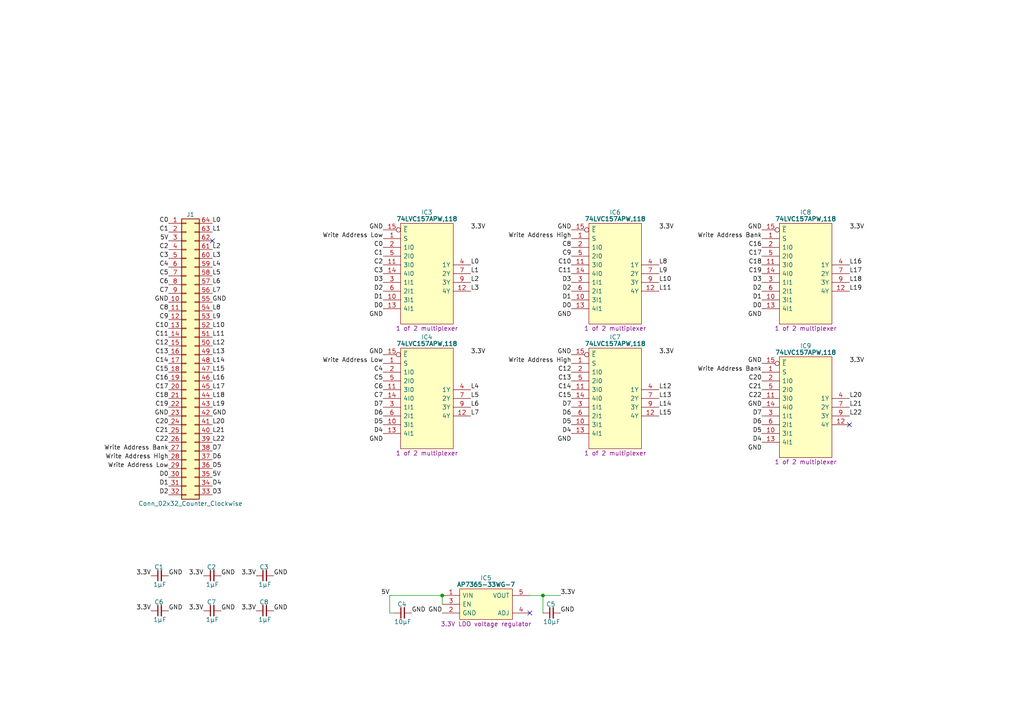
<source format=kicad_sch>
(kicad_sch (version 20230121) (generator eeschema)
  (paper "A4")
  (lib_symbols
    (symbol "Connector_Generic:Conn_02x32_Counter_Clockwise" (pin_names (offset 1.016) hide)
      (property "Reference" "J" (at 1.27 40.64 0))
      (property "Value" "Conn_02x32_Counter_Clockwise" (at 1.27 -43.18 0))
      (symbol "Conn_02x32_Counter_Clockwise_1_1"
        (rectangle (start -1.27 -40.513) (end 0 -40.767) (stroke (width 0.1524)))
        (rectangle (start -1.27 -37.973) (end 0 -38.227) (stroke (width 0.1524)))
        (rectangle (start -1.27 -35.433) (end 0 -35.687) (stroke (width 0.1524)))
        (rectangle (start -1.27 -32.893) (end 0 -33.147) (stroke (width 0.1524)))
        (rectangle (start -1.27 -30.353) (end 0 -30.607) (stroke (width 0.1524)))
        (rectangle (start -1.27 -27.813) (end 0 -28.067) (stroke (width 0.1524)))
        (rectangle (start -1.27 -25.273) (end 0 -25.527) (stroke (width 0.1524)))
        (rectangle (start -1.27 -22.733) (end 0 -22.987) (stroke (width 0.1524)))
        (rectangle (start -1.27 -20.193) (end 0 -20.447) (stroke (width 0.1524)))
        (rectangle (start -1.27 -17.653) (end 0 -17.907) (stroke (width 0.1524)))
        (rectangle (start -1.27 -15.113) (end 0 -15.367) (stroke (width 0.1524)))
        (rectangle (start -1.27 -12.573) (end 0 -12.827) (stroke (width 0.1524)))
        (rectangle (start -1.27 -10.033) (end 0 -10.287) (stroke (width 0.1524)))
        (rectangle (start -1.27 -7.493) (end 0 -7.747) (stroke (width 0.1524)))
        (rectangle (start -1.27 -4.953) (end 0 -5.207) (stroke (width 0.1524)))
        (rectangle (start -1.27 -2.413) (end 0 -2.667) (stroke (width 0.1524)))
        (rectangle (start -1.27 0.127) (end 0 -0.127) (stroke (width 0.1524)))
        (rectangle (start -1.27 2.667) (end 0 2.413) (stroke (width 0.1524)))
        (rectangle (start -1.27 5.207) (end 0 4.953) (stroke (width 0.1524)))
        (rectangle (start -1.27 7.747) (end 0 7.493) (stroke (width 0.1524)))
        (rectangle (start -1.27 10.287) (end 0 10.033) (stroke (width 0.1524)))
        (rectangle (start -1.27 12.827) (end 0 12.573) (stroke (width 0.1524)))
        (rectangle (start -1.27 15.367) (end 0 15.113) (stroke (width 0.1524)))
        (rectangle (start -1.27 17.907) (end 0 17.653) (stroke (width 0.1524)))
        (rectangle (start -1.27 20.447) (end 0 20.193) (stroke (width 0.1524)))
        (rectangle (start -1.27 22.987) (end 0 22.733) (stroke (width 0.1524)))
        (rectangle (start -1.27 25.527) (end 0 25.273) (stroke (width 0.1524)))
        (rectangle (start -1.27 28.067) (end 0 27.813) (stroke (width 0.1524)))
        (rectangle (start -1.27 30.607) (end 0 30.353) (stroke (width 0.1524)))
        (rectangle (start -1.27 33.147) (end 0 32.893) (stroke (width 0.1524)))
        (rectangle (start -1.27 35.687) (end 0 35.433) (stroke (width 0.1524)))
        (rectangle (start -1.27 38.227) (end 0 37.973) (stroke (width 0.1524)))
        (rectangle (start -1.27 39.37) (end 3.81 -41.91) (stroke (width 0.254)) (fill (type background)))
        (rectangle (start 3.81 -40.513) (end 2.54 -40.767) (stroke (width 0.1524)))
        (rectangle (start 3.81 -37.973) (end 2.54 -38.227) (stroke (width 0.1524)))
        (rectangle (start 3.81 -35.433) (end 2.54 -35.687) (stroke (width 0.1524)))
        (rectangle (start 3.81 -32.893) (end 2.54 -33.147) (stroke (width 0.1524)))
        (rectangle (start 3.81 -30.353) (end 2.54 -30.607) (stroke (width 0.1524)))
        (rectangle (start 3.81 -27.813) (end 2.54 -28.067) (stroke (width 0.1524)))
        (rectangle (start 3.81 -25.273) (end 2.54 -25.527) (stroke (width 0.1524)))
        (rectangle (start 3.81 -22.733) (end 2.54 -22.987) (stroke (width 0.1524)))
        (rectangle (start 3.81 -20.193) (end 2.54 -20.447) (stroke (width 0.1524)))
        (rectangle (start 3.81 -17.653) (end 2.54 -17.907) (stroke (width 0.1524)))
        (rectangle (start 3.81 -15.113) (end 2.54 -15.367) (stroke (width 0.1524)))
        (rectangle (start 3.81 -12.573) (end 2.54 -12.827) (stroke (width 0.1524)))
        (rectangle (start 3.81 -10.033) (end 2.54 -10.287) (stroke (width 0.1524)))
        (rectangle (start 3.81 -7.493) (end 2.54 -7.747) (stroke (width 0.1524)))
        (rectangle (start 3.81 -4.953) (end 2.54 -5.207) (stroke (width 0.1524)))
        (rectangle (start 3.81 -2.413) (end 2.54 -2.667) (stroke (width 0.1524)))
        (rectangle (start 3.81 0.127) (end 2.54 -0.127) (stroke (width 0.1524)))
        (rectangle (start 3.81 2.667) (end 2.54 2.413) (stroke (width 0.1524)))
        (rectangle (start 3.81 5.207) (end 2.54 4.953) (stroke (width 0.1524)))
        (rectangle (start 3.81 7.747) (end 2.54 7.493) (stroke (width 0.1524)))
        (rectangle (start 3.81 10.287) (end 2.54 10.033) (stroke (width 0.1524)))
        (rectangle (start 3.81 12.827) (end 2.54 12.573) (stroke (width 0.1524)))
        (rectangle (start 3.81 15.367) (end 2.54 15.113) (stroke (width 0.1524)))
        (rectangle (start 3.81 17.907) (end 2.54 17.653) (stroke (width 0.1524)))
        (rectangle (start 3.81 20.447) (end 2.54 20.193) (stroke (width 0.1524)))
        (rectangle (start 3.81 22.987) (end 2.54 22.733) (stroke (width 0.1524)))
        (rectangle (start 3.81 25.527) (end 2.54 25.273) (stroke (width 0.1524)))
        (rectangle (start 3.81 28.067) (end 2.54 27.813) (stroke (width 0.1524)))
        (rectangle (start 3.81 30.607) (end 2.54 30.353) (stroke (width 0.1524)))
        (rectangle (start 3.81 33.147) (end 2.54 32.893) (stroke (width 0.1524)))
        (rectangle (start 3.81 35.687) (end 2.54 35.433) (stroke (width 0.1524)))
        (rectangle (start 3.81 38.227) (end 2.54 37.973) (stroke (width 0.1524)))
        (pin passive line (at -5.08 38.1 0) (length 3.81) (name "Pin_1") (number "1"))
        (pin passive line (at -5.08 15.24 0) (length 3.81) (name "Pin_10") (number "10"))
        (pin passive line (at -5.08 12.7 0) (length 3.81) (name "Pin_11") (number "11"))
        (pin passive line (at -5.08 10.16 0) (length 3.81) (name "Pin_12") (number "12"))
        (pin passive line (at -5.08 7.62 0) (length 3.81) (name "Pin_13") (number "13"))
        (pin passive line (at -5.08 5.08 0) (length 3.81) (name "Pin_14") (number "14"))
        (pin passive line (at -5.08 2.54 0) (length 3.81) (name "Pin_15") (number "15"))
        (pin passive line (at -5.08 0 0) (length 3.81) (name "Pin_16") (number "16"))
        (pin passive line (at -5.08 -2.54 0) (length 3.81) (name "Pin_17") (number "17"))
        (pin passive line (at -5.08 -5.08 0) (length 3.81) (name "Pin_18") (number "18"))
        (pin passive line (at -5.08 -7.62 0) (length 3.81) (name "Pin_19") (number "19"))
        (pin passive line (at -5.08 35.56 0) (length 3.81) (name "Pin_2") (number "2"))
        (pin passive line (at -5.08 -10.16 0) (length 3.81) (name "Pin_20") (number "20"))
        (pin passive line (at -5.08 -12.7 0) (length 3.81) (name "Pin_21") (number "21"))
        (pin passive line (at -5.08 -15.24 0) (length 3.81) (name "Pin_22") (number "22"))
        (pin passive line (at -5.08 -17.78 0) (length 3.81) (name "Pin_23") (number "23"))
        (pin passive line (at -5.08 -20.32 0) (length 3.81) (name "Pin_24") (number "24"))
        (pin passive line (at -5.08 -22.86 0) (length 3.81) (name "Pin_25") (number "25"))
        (pin passive line (at -5.08 -25.4 0) (length 3.81) (name "Pin_26") (number "26"))
        (pin passive line (at -5.08 -27.94 0) (length 3.81) (name "Pin_27") (number "27"))
        (pin passive line (at -5.08 -30.48 0) (length 3.81) (name "Pin_28") (number "28"))
        (pin passive line (at -5.08 -33.02 0) (length 3.81) (name "Pin_29") (number "29"))
        (pin passive line (at -5.08 33.02 0) (length 3.81) (name "Pin_3") (number "3"))
        (pin passive line (at -5.08 -35.56 0) (length 3.81) (name "Pin_30") (number "30"))
        (pin passive line (at -5.08 -38.1 0) (length 3.81) (name "Pin_31") (number "31"))
        (pin passive line (at -5.08 -40.64 0) (length 3.81) (name "Pin_32") (number "32"))
        (pin passive line (at 7.62 -40.64 180) (length 3.81) (name "Pin_33") (number "33"))
        (pin passive line (at 7.62 -38.1 180) (length 3.81) (name "Pin_34") (number "34"))
        (pin passive line (at 7.62 -35.56 180) (length 3.81) (name "Pin_35") (number "35"))
        (pin passive line (at 7.62 -33.02 180) (length 3.81) (name "Pin_36") (number "36"))
        (pin passive line (at 7.62 -30.48 180) (length 3.81) (name "Pin_37") (number "37"))
        (pin passive line (at 7.62 -27.94 180) (length 3.81) (name "Pin_38") (number "38"))
        (pin passive line (at 7.62 -25.4 180) (length 3.81) (name "Pin_39") (number "39"))
        (pin passive line (at -5.08 30.48 0) (length 3.81) (name "Pin_4") (number "4"))
        (pin passive line (at 7.62 -22.86 180) (length 3.81) (name "Pin_40") (number "40"))
        (pin passive line (at 7.62 -20.32 180) (length 3.81) (name "Pin_41") (number "41"))
        (pin passive line (at 7.62 -17.78 180) (length 3.81) (name "Pin_42") (number "42"))
        (pin passive line (at 7.62 -15.24 180) (length 3.81) (name "Pin_43") (number "43"))
        (pin passive line (at 7.62 -12.7 180) (length 3.81) (name "Pin_44") (number "44"))
        (pin passive line (at 7.62 -10.16 180) (length 3.81) (name "Pin_45") (number "45"))
        (pin passive line (at 7.62 -7.62 180) (length 3.81) (name "Pin_46") (number "46"))
        (pin passive line (at 7.62 -5.08 180) (length 3.81) (name "Pin_47") (number "47"))
        (pin passive line (at 7.62 -2.54 180) (length 3.81) (name "Pin_48") (number "48"))
        (pin passive line (at 7.62 0 180) (length 3.81) (name "Pin_49") (number "49"))
        (pin passive line (at -5.08 27.94 0) (length 3.81) (name "Pin_5") (number "5"))
        (pin passive line (at 7.62 2.54 180) (length 3.81) (name "Pin_50") (number "50"))
        (pin passive line (at 7.62 5.08 180) (length 3.81) (name "Pin_51") (number "51"))
        (pin passive line (at 7.62 7.62 180) (length 3.81) (name "Pin_52") (number "52"))
        (pin passive line (at 7.62 10.16 180) (length 3.81) (name "Pin_53") (number "53"))
        (pin passive line (at 7.62 12.7 180) (length 3.81) (name "Pin_54") (number "54"))
        (pin passive line (at 7.62 15.24 180) (length 3.81) (name "Pin_55") (number "55"))
        (pin passive line (at 7.62 17.78 180) (length 3.81) (name "Pin_56") (number "56"))
        (pin passive line (at 7.62 20.32 180) (length 3.81) (name "Pin_57") (number "57"))
        (pin passive line (at 7.62 22.86 180) (length 3.81) (name "Pin_58") (number "58"))
        (pin passive line (at 7.62 25.4 180) (length 3.81) (name "Pin_59") (number "59"))
        (pin passive line (at -5.08 25.4 0) (length 3.81) (name "Pin_6") (number "6"))
        (pin passive line (at 7.62 27.94 180) (length 3.81) (name "Pin_60") (number "60"))
        (pin passive line (at 7.62 30.48 180) (length 3.81) (name "Pin_61") (number "61"))
        (pin passive line (at 7.62 33.02 180) (length 3.81) (name "Pin_62") (number "62"))
        (pin passive line (at 7.62 35.56 180) (length 3.81) (name "Pin_63") (number "63"))
        (pin passive line (at 7.62 38.1 180) (length 3.81) (name "Pin_64") (number "64"))
        (pin passive line (at -5.08 22.86 0) (length 3.81) (name "Pin_7") (number "7"))
        (pin passive line (at -5.08 20.32 0) (length 3.81) (name "Pin_8") (number "8"))
        (pin passive line (at -5.08 17.78 0) (length 3.81) (name "Pin_9") (number "9"))
      )
    )
    (symbol "Diodes_Inc:AP7365-33WG-7" (pin_names (offset 0.762))
      (property "Reference" "IC" (at 12.7 5.08 0))
      (property "Value" "AP7365-33WG-7" (at 12.7 3.175 0))
      (property "Description" "3.3V LDO voltage regulator" (at 12.7 -8.255 0))
      (symbol "AP7365-33WG-7_0_0"
        (pin passive line (at 0 0 0) (length 5.08) (name "VIN") (number "1"))
        (pin passive line (at 0 -5.08 0) (length 5.08) (name "GND") (number "2"))
        (pin input line (at 0 -2.54 0) (length 5.08) (name "EN") (number "3"))
        (pin passive line (at 25.4 -5.08 180) (length 5.08) (name "ADJ") (number "4"))
        (pin passive line (at 25.4 0 180) (length 5.08) (name "VOUT") (number "5"))
      )
      (symbol "AP7365-33WG-7_0_1"
        (polyline (pts (xy 5.08 1.905) (xy 20.32 1.905) (xy 20.32 -6.985) (xy 5.08 -6.985) (xy 5.08 1.905)) (fill (type background)))
      )
    )
    (symbol "HCP65:C_0805" (pin_numbers hide) (pin_names (offset 0.254) hide)
      (property "Reference" "C" (at 2.286 2.54 0))
      (property "Value" "?μF" (at 2.54 -2.54 0))
      (symbol "C_0805_0_1"
        (polyline (pts (xy 1.9685 -1.4605) (xy 1.9685 1.5875)) (stroke (width 0.3048)))
        (polyline (pts (xy 2.9845 -1.4605) (xy 2.9845 1.5875)) (stroke (width 0.3302)))
      )
      (symbol "C_0805_1_1"
        (pin passive line (at 0 0 0) (length 2.032) (name "~") (number "1"))
        (pin passive line (at 5.08 0 180) (length 2.032) (name "~") (number "2"))
      )
    )
    (symbol "Nexperia:74LVC157APW,118" (pin_names (offset 0.762))
      (property "Reference" "IC" (at 12.7 5.08 0))
      (property "Value" "74LVC157APW,118" (at 12.7 3.175 0))
      (property "Description" "1 of 2 multiplexer" (at 12.7 -28.575 0))
      (symbol "74LVC157APW,118_0_0"
        (pin input line (at 0 -2.54 0) (length 5.08) (name "S") (number "1"))
        (pin input line (at 0 -20.32 0) (length 5.08) (name "3I1") (number "10"))
        (pin input line (at 0 -10.16 0) (length 5.08) (name "3I0") (number "11"))
        (pin output line (at 25.4 -17.78 180) (length 5.08) (name "4Y") (number "12"))
        (pin input line (at 0 -22.86 0) (length 5.08) (name "4I1") (number "13"))
        (pin input line (at 0 -12.7 0) (length 5.08) (name "4I0") (number "14"))
        (pin passive line (at 25.4 0 180) (length 5.08) hide (name "3V") (number "16"))
        (pin input line (at 0 -5.08 0) (length 5.08) (name "1I0") (number "2"))
        (pin input line (at 0 -15.24 0) (length 5.08) (name "1I1") (number "3"))
        (pin output line (at 25.4 -10.16 180) (length 5.08) (name "1Y") (number "4"))
        (pin input line (at 0 -7.62 0) (length 5.08) (name "2I0") (number "5"))
        (pin input line (at 0 -17.78 0) (length 5.08) (name "2I1") (number "6"))
        (pin output line (at 25.4 -12.7 180) (length 5.08) (name "2Y") (number "7"))
        (pin passive line (at 0 -25.4 0) (length 5.08) hide (name "GND") (number "8"))
        (pin output line (at 25.4 -15.24 180) (length 5.08) (name "3Y") (number "9"))
      )
      (symbol "74LVC157APW,118_0_1"
        (polyline (pts (xy 5.08 1.905) (xy 20.32 1.905) (xy 20.32 -27.305) (xy 5.08 -27.305) (xy 5.08 1.905)) (stroke (width 0.1524)) (fill (type background)))
      )
      (symbol "74LVC157APW,118_1_0"
        (pin input inverted (at 0 0 0) (length 5.08) (name "~{E}") (number "15"))
      )
    )
  )
  (junction (at 128.27 172.72))
  (junction (at 157.48 172.72))
  (no_connect (at 61.595 69.85))
  (no_connect (at 153.67 177.8))
  (no_connect (at 246.38 123.19))
  (wire (pts (xy 157.48 177.8) (xy 157.48 172.72)))
  (wire (pts (xy 113.03 172.72) (xy 128.27 172.72)))
  (wire (pts (xy 128.27 172.72) (xy 128.27 175.26)))
  (wire (pts (xy 153.67 172.72) (xy 157.48 172.72)))
  (wire (pts (xy 113.03 172.72) (xy 113.03 177.8)))
  (wire (pts (xy 113.03 177.8) (xy 114.3 177.8)))
  (wire (pts (xy 157.48 172.72) (xy 162.56 172.72)))
  (label "Write Address Bank" (at 48.895 130.81 180))
  (label "L16" (at 246.38 76.835 0))
  (label "C20" (at 220.98 110.49 180))
  (label "C12" (at 48.895 100.33 180))
  (label "D1" (at 220.98 86.995 180))
  (label "D3" (at 165.735 81.915 180))
  (label "C15" (at 165.735 115.57 180))
  (label "L20" (at 61.595 123.19 0))
  (label "C7" (at 48.895 85.09 180))
  (label "C16" (at 48.895 110.49 180))
  (label "3.3V" (at 136.525 66.675 0))
  (label "C1" (at 111.125 74.295 180))
  (label "GND" (at 111.125 102.87 180))
  (label "GND" (at 111.125 128.27 180))
  (label "L19" (at 246.38 84.455 0))
  (label "GND" (at 220.98 105.41 180))
  (label "5V" (at 61.595 138.43 0))
  (label "D7" (at 165.735 118.11 180))
  (label "C1" (at 48.895 67.31 180))
  (label "GND" (at 64.135 177.165 0))
  (label "3.3V" (at 59.055 167.005 180))
  (label "L5" (at 136.525 115.57 0))
  (label "GND" (at 162.56 177.8 0))
  (label "3.3V" (at 191.135 66.675 0))
  (label "5V" (at 48.895 69.85 180))
  (label "L11" (at 61.595 97.79 0))
  (label "C22" (at 220.98 115.57 180))
  (label "GND" (at 220.98 92.075 180))
  (label "D6" (at 220.98 123.19 180))
  (label "D0" (at 111.125 89.535 180))
  (label "L13" (at 61.595 102.87 0))
  (label "D0" (at 48.895 138.43 180))
  (label "L2" (at 61.595 72.39 0))
  (label "L17" (at 246.38 79.375 0))
  (label "C13" (at 48.895 102.87 180))
  (label "L21" (at 61.595 125.73 0))
  (label "C14" (at 165.735 113.03 180))
  (label "GND" (at 48.895 167.005 0))
  (label "C21" (at 48.895 125.73 180))
  (label "L1" (at 136.525 79.375 0))
  (label "C13" (at 165.735 110.49 180))
  (label "C6" (at 48.895 82.55 180))
  (label "L7" (at 61.595 85.09 0))
  (label "D7" (at 111.125 118.11 180))
  (label "L2" (at 136.525 81.915 0))
  (label "GND" (at 79.375 177.165 0))
  (label "C17" (at 220.98 74.295 180))
  (label "L7" (at 136.525 120.65 0))
  (label "D2" (at 111.125 84.455 180))
  (label "GND" (at 119.38 177.8 0))
  (label "5V" (at 113.03 172.72 180))
  (label "3.3V" (at 43.815 177.165 180))
  (label "L9" (at 61.595 92.71 0))
  (label "C21" (at 220.98 113.03 180))
  (label "D5" (at 61.595 135.89 0))
  (label "GND" (at 111.125 92.075 180))
  (label "C8" (at 165.735 71.755 180))
  (label "3.3V" (at 246.38 66.675 0))
  (label "C22" (at 48.895 128.27 180))
  (label "L14" (at 61.595 105.41 0))
  (label "C5" (at 111.125 110.49 180))
  (label "GND" (at 165.735 128.27 180))
  (label "D3" (at 61.595 143.51 0))
  (label "C4" (at 48.895 77.47 180))
  (label "D5" (at 111.125 123.19 180))
  (label "D0" (at 165.735 89.535 180))
  (label "L10" (at 191.135 81.915 0))
  (label "GND" (at 48.895 177.165 0))
  (label "C9" (at 165.735 74.295 180))
  (label "GND" (at 128.27 177.8 180))
  (label "Write Address High" (at 165.735 69.215 180))
  (label "L19" (at 61.595 118.11 0))
  (label "D6" (at 165.735 120.65 180))
  (label "D7" (at 61.595 130.81 0))
  (label "L3" (at 61.595 74.93 0))
  (label "C9" (at 48.895 92.71 180))
  (label "L10" (at 61.595 95.25 0))
  (label "C0" (at 48.895 64.77 180))
  (label "GND" (at 48.895 87.63 180))
  (label "D0" (at 220.98 89.535 180))
  (label "D5" (at 165.735 123.19 180))
  (label "C17" (at 48.895 113.03 180))
  (label "C11" (at 48.895 97.79 180))
  (label "L21" (at 246.38 118.11 0))
  (label "C15" (at 48.895 107.95 180))
  (label "GND" (at 79.375 167.005 0))
  (label "D3" (at 220.98 81.915 180))
  (label "C8" (at 48.895 90.17 180))
  (label "L12" (at 61.595 100.33 0))
  (label "L16" (at 61.595 110.49 0))
  (label "GND" (at 61.595 87.63 0))
  (label "C14" (at 48.895 105.41 180))
  (label "L0" (at 136.525 76.835 0))
  (label "L17" (at 61.595 113.03 0))
  (label "L15" (at 191.135 120.65 0))
  (label "C16" (at 220.98 71.755 180))
  (label "D4" (at 61.595 140.97 0))
  (label "C12" (at 165.735 107.95 180))
  (label "D6" (at 61.595 133.35 0))
  (label "GND" (at 220.98 66.675 180))
  (label "C7" (at 111.125 115.57 180))
  (label "C2" (at 111.125 76.835 180))
  (label "C2" (at 48.895 72.39 180))
  (label "D2" (at 165.735 84.455 180))
  (label "D7" (at 220.98 120.65 180))
  (label "Write Address Low" (at 48.895 135.89 180))
  (label "GND" (at 111.125 66.675 180))
  (label "GND" (at 220.98 130.81 180))
  (label "GND" (at 165.735 92.075 180))
  (label "GND" (at 48.895 120.65 180))
  (label "3.3V" (at 59.055 177.165 180))
  (label "C10" (at 48.895 95.25 180))
  (label "C11" (at 165.735 79.375 180))
  (label "Write Address Low" (at 111.125 69.215 180))
  (label "Write Address High" (at 165.735 105.41 180))
  (label "D6" (at 111.125 120.65 180))
  (label "C10" (at 165.735 76.835 180))
  (label "C18" (at 220.98 76.835 180))
  (label "C3" (at 111.125 79.375 180))
  (label "Write Address Bank" (at 220.98 107.95 180))
  (label "L0" (at 61.595 64.77 0))
  (label "3.3V" (at 162.56 172.72 0))
  (label "L15" (at 61.595 107.95 0))
  (label "C19" (at 48.895 118.11 180))
  (label "D1" (at 165.735 86.995 180))
  (label "C4" (at 111.125 107.95 180))
  (label "L12" (at 191.135 113.03 0))
  (label "D2" (at 48.895 143.51 180))
  (label "L5" (at 61.595 80.01 0))
  (label "L3" (at 136.525 84.455 0))
  (label "Write Address Bank" (at 220.98 69.215 180))
  (label "L18" (at 61.595 115.57 0))
  (label "GND" (at 220.98 118.11 180))
  (label "D1" (at 48.895 140.97 180))
  (label "3.3V" (at 246.38 105.41 0))
  (label "L11" (at 191.135 84.455 0))
  (label "L22" (at 61.595 128.27 0))
  (label "L1" (at 61.595 67.31 0))
  (label "L6" (at 61.595 82.55 0))
  (label "D5" (at 220.98 125.73 180))
  (label "GND" (at 165.735 102.87 180))
  (label "Write Address Low" (at 111.125 105.41 180))
  (label "C3" (at 48.895 74.93 180))
  (label "Write Address High" (at 48.895 133.35 180))
  (label "L4" (at 61.595 77.47 0))
  (label "3.3V" (at 74.295 177.165 180))
  (label "D4" (at 220.98 128.27 180))
  (label "L13" (at 191.135 115.57 0))
  (label "C18" (at 48.895 115.57 180))
  (label "D1" (at 111.125 86.995 180))
  (label "L18" (at 246.38 81.915 0))
  (label "L9" (at 191.135 79.375 0))
  (label "C20" (at 48.895 123.19 180))
  (label "L14" (at 191.135 118.11 0))
  (label "C5" (at 48.895 80.01 180))
  (label "3.3V" (at 191.135 102.87 0))
  (label "L6" (at 136.525 118.11 0))
  (label "L20" (at 246.38 115.57 0))
  (label "L4" (at 136.525 113.03 0))
  (label "L8" (at 61.595 90.17 0))
  (label "D3" (at 111.125 81.915 180))
  (label "GND" (at 61.595 120.65 0))
  (label "C19" (at 220.98 79.375 180))
  (label "C0" (at 111.125 71.755 180))
  (label "D4" (at 111.125 125.73 180))
  (label "D4" (at 165.735 125.73 180))
  (label "3.3V" (at 43.815 167.005 180))
  (label "D2" (at 220.98 84.455 180))
  (label "3.3V" (at 136.525 102.87 0))
  (label "C6" (at 111.125 113.03 180))
  (label "L22" (at 246.38 120.65 0))
  (label "L8" (at 191.135 76.835 0))
  (label "GND" (at 165.735 66.675 180))
  (label "GND" (at 64.135 167.005 0))
  (label "3.3V" (at 74.295 167.005 180))
  (symbol (lib_id "Connector_Generic:Conn_02x32_Counter_Clockwise") (at 53.975 102.87 0) (unit 1)
    (property "Reference" "J1" (at 55.245 62.23 0))
    (property "Value" "Conn_02x32_Counter_Clockwise" (at 55.245 146.05 0))
    (property "Footprint" "SamacSys_Parts:DIP-64_Board_W15.24mm" (effects hide))
  )
  (symbol (lib_id "Nexperia:74LVC157APW,118") (at 220.98 105.41 0) (unit 1)
    (property "Reference" "IC9" (at 233.68 100.33 0))
    (property "Value" "74LVC157APW,118" (at 233.68 102.235 0) (effects (font bold)))
    (property "Footprint" "SOP65P640X110-16N" (effects hide))
    (property "Datasheet" "https://assets.nexperia.com/documents/data-sheet/74LVC157A.pdf" (effects hide))
    (property "Description" "1 of 2 multiplexer" (at 233.68 133.985 0))
    (property "Height" "1.1" (effects hide))
    (property "Mouser Part Number" "771-74LVC157APW-T" (effects hide))
    (property "Mouser Price/Stock" "https://www.mouser.co.uk/ProductDetail/Nexperia/74LVC157APW118?qs=me8TqzrmIYWzCqHfrjyLrQ%3D%3D" (effects hide))
    (property "Manufacturer_Name" "Nexperia" (effects hide))
    (property "Manufacturer_Part_Number" "74LVC157APW,118" (effects hide))
    (property "Silkscreen" "74LVC157" (effects hide))
  )
  (symbol (lib_id "Nexperia:74LVC157APW,118") (at 111.125 102.87 0) (unit 1)
    (property "Reference" "IC4" (at 123.825 97.79 0))
    (property "Value" "74LVC157APW,118" (at 123.825 99.695 0) (effects (font bold)))
    (property "Footprint" "SOP65P640X110-16N" (effects hide))
    (property "Datasheet" "https://assets.nexperia.com/documents/data-sheet/74LVC157A.pdf" (effects hide))
    (property "Description" "1 of 2 multiplexer" (at 123.825 131.445 0))
    (property "Height" "1.1" (effects hide))
    (property "Mouser Part Number" "771-74LVC157APW-T" (effects hide))
    (property "Mouser Price/Stock" "https://www.mouser.co.uk/ProductDetail/Nexperia/74LVC157APW118?qs=me8TqzrmIYWzCqHfrjyLrQ%3D%3D" (effects hide))
    (property "Manufacturer_Name" "Nexperia" (effects hide))
    (property "Manufacturer_Part_Number" "74LVC157APW,118" (effects hide))
    (property "Silkscreen" "74LVC157" (effects hide))
  )
  (symbol (lib_id "Nexperia:74LVC157APW,118") (at 220.98 66.675 0) (unit 1)
    (property "Reference" "IC8" (at 233.68 61.595 0))
    (property "Value" "74LVC157APW,118" (at 233.68 63.5 0) (effects (font bold)))
    (property "Footprint" "SOP65P640X110-16N" (effects hide))
    (property "Datasheet" "https://assets.nexperia.com/documents/data-sheet/74LVC157A.pdf" (effects hide))
    (property "Description" "1 of 2 multiplexer" (at 233.68 95.25 0))
    (property "Height" "1.1" (effects hide))
    (property "Mouser Part Number" "771-74LVC157APW-T" (effects hide))
    (property "Mouser Price/Stock" "https://www.mouser.co.uk/ProductDetail/Nexperia/74LVC157APW118?qs=me8TqzrmIYWzCqHfrjyLrQ%3D%3D" (effects hide))
    (property "Manufacturer_Name" "Nexperia" (effects hide))
    (property "Manufacturer_Part_Number" "74LVC157APW,118" (effects hide))
    (property "Silkscreen" "74LVC157" (effects hide))
  )
  (symbol (lib_id "HCP65:C_0805") (at 114.3 177.8 0) (unit 1)
    (property "Reference" "C4" (at 116.586 175.26 0))
    (property "Value" "10µF" (at 114.3 180.34 0) (effects (justify left)))
    (property "Footprint" "SamacSys_Parts:C_0805" (effects hide))
  )
  (symbol (lib_id "Nexperia:74LVC157APW,118") (at 165.735 66.675 0) (unit 1)
    (property "Reference" "IC6" (at 178.435 61.595 0))
    (property "Value" "74LVC157APW,118" (at 178.435 63.5 0) (effects (font bold)))
    (property "Footprint" "SOP65P640X110-16N" (effects hide))
    (property "Datasheet" "https://assets.nexperia.com/documents/data-sheet/74LVC157A.pdf" (effects hide))
    (property "Description" "1 of 2 multiplexer" (at 178.435 95.25 0))
    (property "Height" "1.1" (effects hide))
    (property "Mouser Part Number" "771-74LVC157APW-T" (effects hide))
    (property "Mouser Price/Stock" "https://www.mouser.co.uk/ProductDetail/Nexperia/74LVC157APW118?qs=me8TqzrmIYWzCqHfrjyLrQ%3D%3D" (effects hide))
    (property "Manufacturer_Name" "Nexperia" (effects hide))
    (property "Manufacturer_Part_Number" "74LVC157APW,118" (effects hide))
    (property "Silkscreen" "74LVC157" (effects hide))
  )
  (symbol (lib_id "Diodes_Inc:AP7365-33WG-7") (at 128.27 172.72 0) (unit 1)
    (property "Reference" "IC5" (at 140.97 167.64 0))
    (property "Value" "AP7365-33WG-7" (at 140.97 169.545 0) (effects (font bold)))
    (property "Footprint" "SOT95P285X130-5N" (effects hide))
    (property "Datasheet" "https://componentsearchengine.com/Datasheets/1/AP7365-33WG-7.pdf" (effects hide))
    (property "Description" "3.3V LDO voltage regulator" (at 140.97 180.975 0))
    (property "Height" "1.3" (effects hide))
    (property "Manufacturer_Name" "Diodes Inc." (effects hide))
    (property "Manufacturer_Part_Number" "AP7365-33WG-7" (effects hide))
    (property "Mouser Part Number" "621-AP7365-33WG-7" (effects hide))
    (property "Mouser Price/Stock" "https://www.mouser.co.uk/ProductDetail/Diodes-Incorporated/AP7365-33WG-7?qs=abZ1nkZpTuOZFvxvoFPL0w%3D%3D" (effects hide))
    (property "Arrow Part Number" "AP7365-33WG-7" (effects hide))
    (property "Arrow Price/Stock" "https://www.arrow.com/en/products/ap7365-33wg-7/diodes-incorporated?region=nac" (effects hide))
    (property "Silkscreen" "AP7365" (effects hide))
  )
  (symbol (lib_id "Nexperia:74LVC157APW,118") (at 111.125 66.675 0) (unit 1)
    (property "Reference" "IC3" (at 123.825 61.595 0))
    (property "Value" "74LVC157APW,118" (at 123.825 63.5 0) (effects (font bold)))
    (property "Footprint" "SOP65P640X110-16N" (effects hide))
    (property "Datasheet" "https://assets.nexperia.com/documents/data-sheet/74LVC157A.pdf" (effects hide))
    (property "Description" "1 of 2 multiplexer" (at 123.825 95.25 0))
    (property "Height" "1.1" (effects hide))
    (property "Mouser Part Number" "771-74LVC157APW-T" (effects hide))
    (property "Mouser Price/Stock" "https://www.mouser.co.uk/ProductDetail/Nexperia/74LVC157APW118?qs=me8TqzrmIYWzCqHfrjyLrQ%3D%3D" (effects hide))
    (property "Manufacturer_Name" "Nexperia" (effects hide))
    (property "Manufacturer_Part_Number" "74LVC157APW,118" (effects hide))
    (property "Silkscreen" "74LVC157" (effects hide))
  )
  (symbol (lib_id "HCP65:C_0805") (at 43.815 167.005 0) (unit 1)
    (property "Reference" "C1" (at 46.101 164.465 0))
    (property "Value" "1μF" (at 46.355 169.545 0))
    (property "Footprint" "SamacSys_Parts:C_0805" (effects hide))
  )
  (symbol (lib_id "HCP65:C_0805") (at 157.48 177.8 0) (unit 1)
    (property "Reference" "C5" (at 159.766 175.26 0))
    (property "Value" "10µF" (at 157.48 180.34 0) (effects (justify left)))
    (property "Footprint" "SamacSys_Parts:C_0805" (effects hide))
  )
  (symbol (lib_id "HCP65:C_0805") (at 74.295 177.165 0) (unit 1)
    (property "Reference" "C8" (at 76.581 174.625 0))
    (property "Value" "1μF" (at 76.835 179.705 0))
    (property "Footprint" "SamacSys_Parts:C_0805" (effects hide))
  )
  (symbol (lib_id "HCP65:C_0805") (at 59.055 177.165 0) (unit 1)
    (property "Reference" "C7" (at 61.341 174.625 0))
    (property "Value" "1μF" (at 61.595 179.705 0))
    (property "Footprint" "SamacSys_Parts:C_0805" (effects hide))
  )
  (symbol (lib_id "HCP65:C_0805") (at 43.815 177.165 0) (unit 1)
    (property "Reference" "C6" (at 46.101 174.625 0))
    (property "Value" "1μF" (at 46.355 179.705 0))
    (property "Footprint" "SamacSys_Parts:C_0805" (effects hide))
  )
  (symbol (lib_id "HCP65:C_0805") (at 74.295 167.005 0) (unit 1)
    (property "Reference" "C3" (at 76.581 164.465 0))
    (property "Value" "1μF" (at 76.835 169.545 0))
    (property "Footprint" "SamacSys_Parts:C_0805" (effects hide))
  )
  (symbol (lib_id "Nexperia:74LVC157APW,118") (at 165.735 102.87 0) (unit 1)
    (property "Reference" "IC7" (at 178.435 97.79 0))
    (property "Value" "74LVC157APW,118" (at 178.435 99.695 0) (effects (font bold)))
    (property "Footprint" "SOP65P640X110-16N" (effects hide))
    (property "Datasheet" "https://assets.nexperia.com/documents/data-sheet/74LVC157A.pdf" (effects hide))
    (property "Description" "1 of 2 multiplexer" (at 178.435 131.445 0))
    (property "Height" "1.1" (effects hide))
    (property "Mouser Part Number" "771-74LVC157APW-T" (effects hide))
    (property "Mouser Price/Stock" "https://www.mouser.co.uk/ProductDetail/Nexperia/74LVC157APW118?qs=me8TqzrmIYWzCqHfrjyLrQ%3D%3D" (effects hide))
    (property "Manufacturer_Name" "Nexperia" (effects hide))
    (property "Manufacturer_Part_Number" "74LVC157APW,118" (effects hide))
    (property "Silkscreen" "74LVC157" (effects hide))
  )
  (symbol (lib_id "HCP65:C_0805") (at 59.055 167.005 0) (unit 1)
    (property "Reference" "C2" (at 61.341 164.465 0))
    (property "Value" "1μF" (at 61.595 169.545 0))
    (property "Footprint" "SamacSys_Parts:C_0805" (effects hide))
  )
)
</source>
